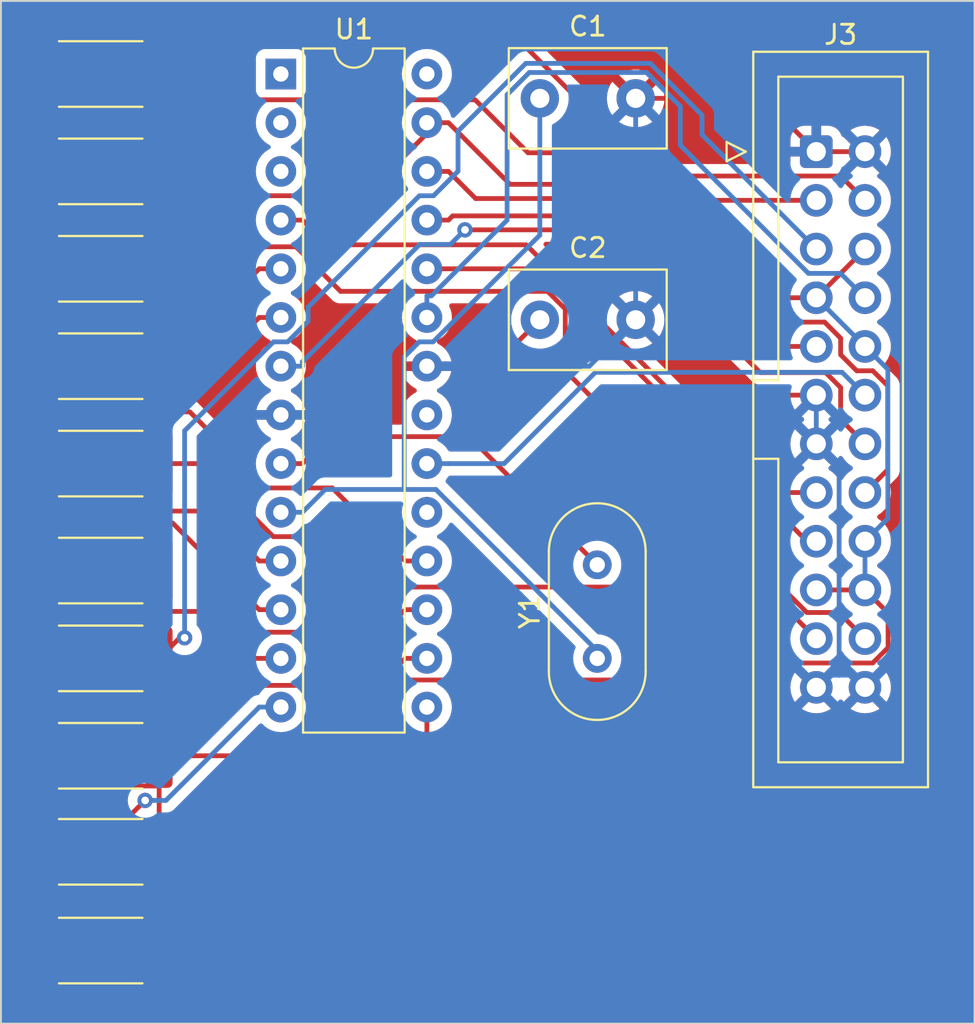
<source format=kicad_pcb>
(kicad_pcb (version 20221018) (generator pcbnew)
  (layers (0 "F.Cu" signal) (31 "B.Cu" signal) (34 "B.Paste" user) (35 "F.Paste" user) (36 "B.SilkS" user "B.Silkscreen") (37 "F.SilkS" user "F.Silkscreen") (38 "B.Mask" user) (39 "F.Mask" user) (44 "Edge.Cuts" user))
  (net 0 "")
  (net 1 "Net-(U1-XTAL2{slash}PB7)")
  (net 2 "GND")
  (net 3 "Net-(U1-XTAL1{slash}PB6)")
  (net 4 "Net-(J3-Pin_3)")
  (net 5 "Net-(J3-Pin_4)")
  (net 6 "Net-(J3-Pin_5)")
  (net 7 "Net-(J3-Pin_10)")
  (net 8 "Net-(J3-Pin_8)")
  (net 9 "Net-(J3-Pin_9)")
  (net 10 "+5V")
  (net 11 "Net-(J3-Pin_14)")
  (net 12 "Net-(J3-Pin_15)")
  (net 13 "Net-(J3-Pin_16)")
  (net 14 "Net-(J3-Pin_17)")
  (net 15 "Net-(J3-Pin_21)")
  (net 16 "Net-(J3-Pin_22)")
  (net 17 "Net-(U1-PD3)")
  (net 18 "Net-(U1-PD4)")
  (net 19 "Net-(U1-PD5)")
  (net 20 "Net-(U1-PD6)")
  (net 21 "Net-(U1-PD7)")
  (net 22 "Net-(U1-PB4)")
  (net 23 "Net-(U1-PB3)")
  (net 24 "Net-(U1-PB2)")
  (net 25 "Net-(U1-PB1)")
  (net 26 "Net-(U1-PB0)")
  (footprint "Resistor_SMD:R_2512_6332Metric_Pad1.40x3.35mm_HandSolder" (layer "F.Cu") (at 129.03 91.44)
    (fp_text reference "R8" hide)
    (fp_text value "R" hide)
    (fp_line (start -2.177064 -1.71) (end 2.177064 -1.71) (stroke (width 0.12)) (layer "F.SilkS"))
    (fp_line (start -2.177064 1.71) (end 2.177064 1.71) (stroke (width 0.12)) (layer "F.SilkS"))
    (pad "1" smd roundrect (at -3.05 0) (size 1.4 3.35) (layers "F.Cu" "F.Paste" "F.Mask") (roundrect_rratio 0.178571) (net 24 "Net-(U1-PB2)"))
    (pad "2" smd roundrect (at 3.05 0) (size 1.4 3.35) (layers "F.Cu" "F.Paste" "F.Mask") (roundrect_rratio 0.178571) (net 7 "Net-(J3-Pin_10)"))
  )
  (footprint "Resistor_SMD:R_2512_6332Metric_Pad1.40x3.35mm_HandSolder" (layer "F.Cu") (at 129.03 86.36)
    (fp_text reference "R5" hide)
    (fp_text value "R" hide)
    (fp_line (start -2.177064 -1.71) (end 2.177064 -1.71) (stroke (width 0.12)) (layer "F.SilkS"))
    (fp_line (start -2.177064 1.71) (end 2.177064 1.71) (stroke (width 0.12)) (layer "F.SilkS"))
    (pad "1" smd roundrect (at -3.05 0) (size 1.4 3.35) (layers "F.Cu" "F.Paste" "F.Mask") (roundrect_rratio 0.178571) (net 21 "Net-(U1-PD7)"))
    (pad "2" smd roundrect (at 3.05 0) (size 1.4 3.35) (layers "F.Cu" "F.Paste" "F.Mask") (roundrect_rratio 0.178571) (net 6 "Net-(J3-Pin_5)"))
  )
  (footprint "Capacitor_THT:C_Disc_D8.0mm_W5.0mm_P5.00mm" (layer "F.Cu") (at 151.9446 68.7)
    (fp_text reference "C2" (at 2.5 -3.75) (layer "F.SilkS"))
    (fp_text value "C")
    (fp_line (start -1.62 -2.62) (end -1.62 2.62) (stroke (width 0.12)) (layer "F.SilkS"))
    (fp_line (start -1.62 -2.62) (end 6.62 -2.62) (stroke (width 0.12)) (layer "F.SilkS"))
    (fp_line (start -1.62 2.62) (end 6.62 2.62) (stroke (width 0.12)) (layer "F.SilkS"))
    (fp_line (start 6.62 -2.62) (end 6.62 2.62) (stroke (width 0.12)) (layer "F.SilkS"))
    (pad "1" thru_hole circle (at 0 0) (size 2 2) (drill 1) (layers "*.Cu" "*.Mask") (net 3 "Net-(U1-XTAL1{slash}PB6)"))
    (pad "2" thru_hole circle (at 5 0) (size 2 2) (drill 1) (layers "*.Cu" "*.Mask") (net 2 "GND"))
  )
  (footprint "Resistor_SMD:R_2512_6332Metric_Pad1.40x3.35mm_HandSolder" (layer "F.Cu") (at 129.03 71.12)
    (fp_text reference "R3" hide)
    (fp_text value "R" hide)
    (fp_line (start -2.177064 -1.71) (end 2.177064 -1.71) (stroke (width 0.12)) (layer "F.SilkS"))
    (fp_line (start -2.177064 1.71) (end 2.177064 1.71) (stroke (width 0.12)) (layer "F.SilkS"))
    (pad "1" smd roundrect (at -3.05 0) (size 1.4 3.35) (layers "F.Cu" "F.Paste" "F.Mask") (roundrect_rratio 0.178571) (net 19 "Net-(U1-PD5)"))
    (pad "2" smd roundrect (at 3.05 0) (size 1.4 3.35) (layers "F.Cu" "F.Paste" "F.Mask") (roundrect_rratio 0.178571) (net 5 "Net-(J3-Pin_4)"))
  )
  (footprint "Capacitor_THT:C_Disc_D8.0mm_W5.0mm_P5.00mm" (layer "F.Cu") (at 151.9446 57.15)
    (fp_text reference "C1" (at 2.5 -3.75) (layer "F.SilkS"))
    (fp_text value "C")
    (fp_line (start -1.62 -2.62) (end -1.62 2.62) (stroke (width 0.12)) (layer "F.SilkS"))
    (fp_line (start -1.62 -2.62) (end 6.62 -2.62) (stroke (width 0.12)) (layer "F.SilkS"))
    (fp_line (start -1.62 2.62) (end 6.62 2.62) (stroke (width 0.12)) (layer "F.SilkS"))
    (fp_line (start 6.62 -2.62) (end 6.62 2.62) (stroke (width 0.12)) (layer "F.SilkS"))
    (pad "1" thru_hole circle (at 0 0) (size 2 2) (drill 1) (layers "*.Cu" "*.Mask") (net 1 "Net-(U1-XTAL2{slash}PB7)"))
    (pad "2" thru_hole circle (at 5 0) (size 2 2) (drill 1) (layers "*.Cu" "*.Mask") (net 2 "GND"))
  )
  (footprint "Resistor_SMD:R_2512_6332Metric_Pad1.40x3.35mm_HandSolder" (layer "F.Cu") (at 129.03 101.6)
    (fp_text reference "R9" hide)
    (fp_text value "R" hide)
    (fp_line (start -2.177064 -1.71) (end 2.177064 -1.71) (stroke (width 0.12)) (layer "F.SilkS"))
    (fp_line (start -2.177064 1.71) (end 2.177064 1.71) (stroke (width 0.12)) (layer "F.SilkS"))
    (pad "1" smd roundrect (at -3.05 0) (size 1.4 3.35) (layers "F.Cu" "F.Paste" "F.Mask") (roundrect_rratio 0.178571) (net 25 "Net-(U1-PB1)"))
    (pad "2" smd roundrect (at 3.05 0) (size 1.4 3.35) (layers "F.Cu" "F.Paste" "F.Mask") (roundrect_rratio 0.178571) (net 7 "Net-(J3-Pin_10)"))
  )
  (footprint "Resistor_SMD:R_2512_6332Metric_Pad1.40x3.35mm_HandSolder" (layer "F.Cu") (at 129.03 96.45)
    (fp_text reference "R10" hide)
    (fp_text value "R" hide)
    (fp_line (start -2.177064 -1.71) (end 2.177064 -1.71) (stroke (width 0.12)) (layer "F.SilkS"))
    (fp_line (start -2.177064 1.71) (end 2.177064 1.71) (stroke (width 0.12)) (layer "F.SilkS"))
    (pad "1" smd roundrect (at -3.05 0) (size 1.4 3.35) (layers "F.Cu" "F.Paste" "F.Mask") (roundrect_rratio 0.178571) (net 26 "Net-(U1-PB0)"))
    (pad "2" smd roundrect (at 3.05 0) (size 1.4 3.35) (layers "F.Cu" "F.Paste" "F.Mask") (roundrect_rratio 0.178571) (net 7 "Net-(J3-Pin_10)"))
  )
  (footprint "Crystal:Crystal_HC49-U_Vertical" (layer "F.Cu") (at 154.94 86.36 90)
    (fp_text reference "Y1" (at 2.44 -3.525 90) (layer "F.SilkS"))
    (fp_text value "Crystal")
    (fp_line (start -0.685 -2.525) (end 5.565 -2.525) (stroke (width 0.12)) (layer "F.SilkS"))
    (fp_line (start -0.685 2.525) (end 5.565 2.525) (stroke (width 0.12)) (layer "F.SilkS"))
    (fp_arc (start -0.685 2.525) (mid -3.21 0) (end -0.685 -2.525) (stroke (width 0.12)) (layer "F.SilkS"))
    (fp_arc (start 5.565 -2.525) (mid 8.09 0) (end 5.565 2.525) (stroke (width 0.12)) (layer "F.SilkS"))
    (pad "1" thru_hole circle (at 0 0 90) (size 1.5 1.5) (drill 0.8) (layers "*.Cu" "*.Mask") (net 1 "Net-(U1-XTAL2{slash}PB7)"))
    (pad "2" thru_hole circle (at 4.88 0 90) (size 1.5 1.5) (drill 0.8) (layers "*.Cu" "*.Mask") (net 3 "Net-(U1-XTAL1{slash}PB6)"))
  )
  (footprint "Resistor_SMD:R_2512_6332Metric_Pad1.40x3.35mm_HandSolder" (layer "F.Cu") (at 129.03 55.88)
    (fp_text reference "R1" hide)
    (fp_text value "R" hide)
    (fp_line (start -2.177064 -1.71) (end 2.177064 -1.71) (stroke (width 0.12)) (layer "F.SilkS"))
    (fp_line (start -2.177064 1.71) (end 2.177064 1.71) (stroke (width 0.12)) (layer "F.SilkS"))
    (pad "1" smd roundrect (at -3.05 0) (size 1.4 3.35) (layers "F.Cu" "F.Paste" "F.Mask") (roundrect_rratio 0.178571) (net 17 "Net-(U1-PD3)"))
    (pad "2" smd roundrect (at 3.05 0) (size 1.4 3.35) (layers "F.Cu" "F.Paste" "F.Mask") (roundrect_rratio 0.178571) (net 4 "Net-(J3-Pin_3)"))
  )
  (footprint "Resistor_SMD:R_2512_6332Metric_Pad1.40x3.35mm_HandSolder" (layer "F.Cu") (at 129.03 66.04)
    (fp_text reference "R6" hide)
    (fp_text value "R" hide)
    (fp_line (start -2.177064 -1.71) (end 2.177064 -1.71) (stroke (width 0.12)) (layer "F.SilkS"))
    (fp_line (start -2.177064 1.71) (end 2.177064 1.71) (stroke (width 0.12)) (layer "F.SilkS"))
    (pad "1" smd roundrect (at -3.05 0) (size 1.4 3.35) (layers "F.Cu" "F.Paste" "F.Mask") (roundrect_rratio 0.178571) (net 22 "Net-(U1-PB4)"))
    (pad "2" smd roundrect (at 3.05 0) (size 1.4 3.35) (layers "F.Cu" "F.Paste" "F.Mask") (roundrect_rratio 0.178571) (net 7 "Net-(J3-Pin_10)"))
  )
  (footprint "Resistor_SMD:R_2512_6332Metric_Pad1.40x3.35mm_HandSolder" (layer "F.Cu") (at 129.03 81.78)
    (fp_text reference "R7" hide)
    (fp_text value "R" hide)
    (fp_line (start -2.177064 -1.71) (end 2.177064 -1.71) (stroke (width 0.12)) (layer "F.SilkS"))
    (fp_line (start -2.177064 1.71) (end 2.177064 1.71) (stroke (width 0.12)) (layer "F.SilkS"))
    (pad "1" smd roundrect (at -3.05 0) (size 1.4 3.35) (layers "F.Cu" "F.Paste" "F.Mask") (roundrect_rratio 0.178571) (net 23 "Net-(U1-PB3)"))
    (pad "2" smd roundrect (at 3.05 0) (size 1.4 3.35) (layers "F.Cu" "F.Paste" "F.Mask") (roundrect_rratio 0.178571) (net 7 "Net-(J3-Pin_10)"))
  )
  (footprint "Package_DIP:DIP-28_W7.62mm" (layer "F.Cu") (at 138.43 55.88)
    (fp_text reference "U1" (at 3.81 -2.33) (layer "F.SilkS"))
    (fp_text value "ATmega328-P")
    (fp_line (start 1.16 -1.33) (end 1.16 34.35) (stroke (width 0.12)) (layer "F.SilkS"))
    (fp_line (start 1.16 34.35) (end 6.46 34.35) (stroke (width 0.12)) (layer "F.SilkS"))
    (fp_line (start 2.81 -1.33) (end 1.16 -1.33) (stroke (width 0.12)) (layer "F.SilkS"))
    (fp_line (start 6.46 -1.33) (end 4.81 -1.33) (stroke (width 0.12)) (layer "F.SilkS"))
    (fp_line (start 6.46 34.35) (end 6.46 -1.33) (stroke (width 0.12)) (layer "F.SilkS"))
    (fp_arc (start 4.81 -1.33) (mid 3.81 -0.33) (end 2.81 -1.33) (stroke (width 0.12)) (layer "F.SilkS"))
    (pad "1" thru_hole rect (at 0 0) (size 1.6 1.6) (drill 0.8) (layers "*.Cu" "*.Mask"))
    (pad "2" thru_hole oval (at 0 2.54) (size 1.6 1.6) (drill 0.8) (layers "*.Cu" "*.Mask"))
    (pad "3" thru_hole oval (at 0 5.08) (size 1.6 1.6) (drill 0.8) (layers "*.Cu" "*.Mask"))
    (pad "4" thru_hole oval (at 0 7.62) (size 1.6 1.6) (drill 0.8) (layers "*.Cu" "*.Mask") (net 12 "Net-(J3-Pin_15)"))
    (pad "5" thru_hole oval (at 0 10.16) (size 1.6 1.6) (drill 0.8) (layers "*.Cu" "*.Mask") (net 17 "Net-(U1-PD3)"))
    (pad "6" thru_hole oval (at 0 12.7) (size 1.6 1.6) (drill 0.8) (layers "*.Cu" "*.Mask") (net 18 "Net-(U1-PD4)"))
    (pad "7" thru_hole oval (at 0 15.24) (size 1.6 1.6) (drill 0.8) (layers "*.Cu" "*.Mask") (net 11 "Net-(J3-Pin_14)"))
    (pad "8" thru_hole oval (at 0 17.78) (size 1.6 1.6) (drill 0.8) (layers "*.Cu" "*.Mask") (net 2 "GND"))
    (pad "9" thru_hole oval (at 0 20.32) (size 1.6 1.6) (drill 0.8) (layers "*.Cu" "*.Mask") (net 3 "Net-(U1-XTAL1{slash}PB6)"))
    (pad "10" thru_hole oval (at 0 22.86) (size 1.6 1.6) (drill 0.8) (layers "*.Cu" "*.Mask") (net 1 "Net-(U1-XTAL2{slash}PB7)"))
    (pad "11" thru_hole oval (at 0 25.4) (size 1.6 1.6) (drill 0.8) (layers "*.Cu" "*.Mask") (net 19 "Net-(U1-PD5)"))
    (pad "12" thru_hole oval (at 0 27.94) (size 1.6 1.6) (drill 0.8) (layers "*.Cu" "*.Mask") (net 20 "Net-(U1-PD6)"))
    (pad "13" thru_hole oval (at 0 30.48) (size 1.6 1.6) (drill 0.8) (layers "*.Cu" "*.Mask") (net 21 "Net-(U1-PD7)"))
    (pad "14" thru_hole oval (at 0 33.02) (size 1.6 1.6) (drill 0.8) (layers "*.Cu" "*.Mask") (net 26 "Net-(U1-PB0)"))
    (pad "15" thru_hole oval (at 7.62 33.02) (size 1.6 1.6) (drill 0.8) (layers "*.Cu" "*.Mask") (net 25 "Net-(U1-PB1)"))
    (pad "16" thru_hole oval (at 7.62 30.48) (size 1.6 1.6) (drill 0.8) (layers "*.Cu" "*.Mask") (net 24 "Net-(U1-PB2)"))
    (pad "17" thru_hole oval (at 7.62 27.94) (size 1.6 1.6) (drill 0.8) (layers "*.Cu" "*.Mask") (net 23 "Net-(U1-PB3)"))
    (pad "18" thru_hole oval (at 7.62 25.4) (size 1.6 1.6) (drill 0.8) (layers "*.Cu" "*.Mask") (net 22 "Net-(U1-PB4)"))
    (pad "19" thru_hole oval (at 7.62 22.86) (size 1.6 1.6) (drill 0.8) (layers "*.Cu" "*.Mask"))
    (pad "20" thru_hole oval (at 7.62 20.32) (size 1.6 1.6) (drill 0.8) (layers "*.Cu" "*.Mask") (net 10 "+5V"))
    (pad "21" thru_hole oval (at 7.62 17.78) (size 1.6 1.6) (drill 0.8) (layers "*.Cu" "*.Mask"))
    (pad "22" thru_hole oval (at 7.62 15.24) (size 1.6 1.6) (drill 0.8) (layers "*.Cu" "*.Mask") (net 2 "GND"))
    (pad "23" thru_hole oval (at 7.62 12.7) (size 1.6 1.6) (drill 0.8) (layers "*.Cu" "*.Mask") (net 8 "Net-(J3-Pin_8)"))
    (pad "24" thru_hole oval (at 7.62 10.16) (size 1.6 1.6) (drill 0.8) (layers "*.Cu" "*.Mask") (net 14 "Net-(J3-Pin_17)"))
    (pad "25" thru_hole oval (at 7.62 7.62) (size 1.6 1.6) (drill 0.8) (layers "*.Cu" "*.Mask") (net 9 "Net-(J3-Pin_9)"))
    (pad "26" thru_hole oval (at 7.62 5.08) (size 1.6 1.6) (drill 0.8) (layers "*.Cu" "*.Mask") (net 13 "Net-(J3-Pin_16)"))
    (pad "27" thru_hole oval (at 7.62 2.54) (size 1.6 1.6) (drill 0.8) (layers "*.Cu" "*.Mask") (net 7 "Net-(J3-Pin_10)"))
    (pad "28" thru_hole oval (at 7.62 0) (size 1.6 1.6) (drill 0.8) (layers "*.Cu" "*.Mask"))
  )
  (footprint "Connector_IDC:IDC-Header_2x12_P2.54mm_Vertical" (layer "F.Cu") (at 166.37 59.93)
    (fp_text reference "J3" (at 1.27 -6.1) (layer "F.SilkS"))
    (fp_text value "Conn_02x12_Counter_Clockwise" hide)
    (fp_line (start -4.68 -0.5) (end -4.68 0.5) (stroke (width 0.12)) (layer "F.SilkS"))
    (fp_line (start -4.68 0.5) (end -3.68 0) (stroke (width 0.12)) (layer "F.SilkS"))
    (fp_line (start -3.68 0) (end -4.68 -0.5) (stroke (width 0.12)) (layer "F.SilkS"))
    (fp_line (start -3.29 -5.21) (end 5.83 -5.21) (stroke (width 0.12)) (layer "F.SilkS"))
    (fp_line (start -3.29 11.92) (end -1.98 11.92) (stroke (width 0.12)) (layer "F.SilkS"))
    (fp_line (start -3.29 33.15) (end -3.29 -5.21) (stroke (width 0.12)) (layer "F.SilkS"))
    (fp_line (start -1.98 -3.91) (end 4.52 -3.91) (stroke (width 0.12)) (layer "F.SilkS"))
    (fp_line (start -1.98 11.92) (end -1.98 -3.91) (stroke (width 0.12)) (layer "F.SilkS"))
    (fp_line (start -1.98 16.02) (end -3.29 16.02) (stroke (width 0.12)) (layer "F.SilkS"))
    (fp_line (start -1.98 16.02) (end -1.98 16.02) (stroke (width 0.12)) (layer "F.SilkS"))
    (fp_line (start -1.98 31.85) (end -1.98 16.02) (stroke (width 0.12)) (layer "F.SilkS"))
    (fp_line (start 4.52 -3.91) (end 4.52 31.85) (stroke (width 0.12)) (layer "F.SilkS"))
    (fp_line (start 4.52 31.85) (end -1.98 31.85) (stroke (width 0.12)) (layer "F.SilkS"))
    (fp_line (start 5.83 -5.21) (end 5.83 33.15) (stroke (width 0.12)) (layer "F.SilkS"))
    (fp_line (start 5.83 33.15) (end -3.29 33.15) (stroke (width 0.12)) (layer "F.SilkS"))
    (pad "1" thru_hole roundrect (at 0 0) (size 1.7 1.7) (drill 1) (layers "*.Cu" "*.Mask") (roundrect_rratio 0.147059) (net 2 "GND"))
    (pad "2" thru_hole circle (at 2.54 0) (size 1.7 1.7) (drill 1) (layers "*.Cu" "*.Mask") (net 2 "GND"))
    (pad "3" thru_hole circle (at 0 2.54) (size 1.7 1.7) (drill 1) (layers "*.Cu" "*.Mask") (net 4 "Net-(J3-Pin_3)"))
    (pad "4" thru_hole circle (at 2.54 2.54) (size 1.7 1.7) (drill 1) (layers "*.Cu" "*.Mask") (net 5 "Net-(J3-Pin_4)"))
    (pad "5" thru_hole circle (at 0 5.08) (size 1.7 1.7) (drill 1) (layers "*.Cu" "*.Mask") (net 6 "Net-(J3-Pin_5)"))
    (pad "6" thru_hole circle (at 2.54 5.08) (size 1.7 1.7) (drill 1) (layers "*.Cu" "*.Mask") (net 7 "Net-(J3-Pin_10)"))
    (pad "7" thru_hole circle (at 0 7.62) (size 1.7 1.7) (drill 1) (layers "*.Cu" "*.Mask") (net 7 "Net-(J3-Pin_10)"))
    (pad "8" thru_hole circle (at 2.54 7.62) (size 1.7 1.7) (drill 1) (layers "*.Cu" "*.Mask") (net 8 "Net-(J3-Pin_8)"))
    (pad "9" thru_hole circle (at 0 10.16) (size 1.7 1.7) (drill 1) (layers "*.Cu" "*.Mask") (net 9 "Net-(J3-Pin_9)"))
    (pad "10" thru_hole circle (at 2.54 10.16) (size 1.7 1.7) (drill 1) (layers "*.Cu" "*.Mask") (net 7 "Net-(J3-Pin_10)"))
    (pad "11" thru_hole circle (at 0 12.7) (size 1.7 1.7) (drill 1) (layers "*.Cu" "*.Mask") (net 2 "GND"))
    (pad "12" thru_hole circle (at 2.54 12.7) (size 1.7 1.7) (drill 1) (layers "*.Cu" "*.Mask") (net 10 "+5V"))
    (pad "13" thru_hole circle (at 0 15.24) (size 1.7 1.7) (drill 1) (layers "*.Cu" "*.Mask") (net 2 "GND"))
    (pad "14" thru_hole circle (at 2.54 15.24) (size 1.7 1.7) (drill 1) (layers "*.Cu" "*.Mask") (net 11 "Net-(J3-Pin_14)"))
    (pad "15" thru_hole circle (at 0 17.78) (size 1.7 1.7) (drill 1) (layers "*.Cu" "*.Mask") (net 12 "Net-(J3-Pin_15)"))
    (pad "16" thru_hole circle (at 2.54 17.78) (size 1.7 1.7) (drill 1) (layers "*.Cu" "*.Mask") (net 13 "Net-(J3-Pin_16)"))
    (pad "17" thru_hole circle (at 0 20.32) (size 1.7 1.7) (drill 1) (layers "*.Cu" "*.Mask") (net 14 "Net-(J3-Pin_17)"))
    (pad "18" thru_hole circle (at 2.54 20.32) (size 1.7 1.7) (drill 1) (layers "*.Cu" "*.Mask") (net 7 "Net-(J3-Pin_10)"))
    (pad "19" thru_hole circle (at 0 22.86) (size 1.7 1.7) (drill 1) (layers "*.Cu" "*.Mask") (net 7 "Net-(J3-Pin_10)"))
    (pad "20" thru_hole circle (at 2.54 22.86) (size 1.7 1.7) (drill 1) (layers "*.Cu" "*.Mask") (net 7 "Net-(J3-Pin_10)"))
    (pad "21" thru_hole circle (at 0 25.4) (size 1.7 1.7) (drill 1) (layers "*.Cu" "*.Mask") (net 15 "Net-(J3-Pin_21)"))
    (pad "22" thru_hole circle (at 2.54 25.4) (size 1.7 1.7) (drill 1) (layers "*.Cu" "*.Mask") (net 16 "Net-(J3-Pin_22)"))
    (pad "23" thru_hole circle (at 0 27.94) (size 1.7 1.7) (drill 1) (layers "*.Cu" "*.Mask") (net 2 "GND"))
    (pad "24" thru_hole circle (at 2.54 27.94) (size 1.7 1.7) (drill 1) (layers "*.Cu" "*.Mask") (net 2 "GND"))
  )
  (footprint "Resistor_SMD:R_2512_6332Metric_Pad1.40x3.35mm_HandSolder" (layer "F.Cu") (at 129.03 60.96)
    (fp_text reference "R2" hide)
    (fp_text value "R" hide)
    (fp_line (start -2.177064 -1.71) (end 2.177064 -1.71) (stroke (width 0.12)) (layer "F.SilkS"))
    (fp_line (start -2.177064 1.71) (end 2.177064 1.71) (stroke (width 0.12)) (layer "F.SilkS"))
    (pad "1" smd roundrect (at -3.05 0) (size 1.4 3.35) (layers "F.Cu" "F.Paste" "F.Mask") (roundrect_rratio 0.178571) (net 18 "Net-(U1-PD4)"))
    (pad "2" smd roundrect (at 3.05 0) (size 1.4 3.35) (layers "F.Cu" "F.Paste" "F.Mask") (roundrect_rratio 0.178571) (net 16 "Net-(J3-Pin_22)"))
  )
  (footprint "Resistor_SMD:R_2512_6332Metric_Pad1.40x3.35mm_HandSolder" (layer "F.Cu") (at 129.03 76.2)
    (fp_text reference "R4" hide)
    (fp_text value "R" hide)
    (fp_line (start -2.177064 -1.71) (end 2.177064 -1.71) (stroke (width 0.12)) (layer "F.SilkS"))
    (fp_line (start -2.177064 1.71) (end 2.177064 1.71) (stroke (width 0.12)) (layer "F.SilkS"))
    (pad "1" smd roundrect (at -3.05 0) (size 1.4 3.35) (layers "F.Cu" "F.Paste" "F.Mask") (roundrect_rratio 0.178571) (net 20 "Net-(U1-PD6)"))
    (pad "2" smd roundrect (at 3.05 0) (size 1.4 3.35) (layers "F.Cu" "F.Paste" "F.Mask") (roundrect_rratio 0.178571) (net 15 "Net-(J3-Pin_21)"))
  )
  (gr_rect (start 123.825 52.07) (end 174.625 105.41) (stroke (width 0.1)) (fill none) (layer "Edge.Cuts"))
  (segment (start 144.8645 77.5494) (end 146.518 77.5494) (width 0.25) (layer "B.Cu") (net 1))
  (segment (start 139.5569 78.74) (end 140.7475 77.5494) (width 0.25) (layer "B.Cu") (net 1))
  (segment (start 151.9446 64.2821) (end 146.3767 69.85) (width 0.25) (layer "B.Cu") (net 1))
  (segment (start 151.9446 57.15) (end 151.9446 64.2821) (width 0.25) (layer "B.Cu") (net 1))
  (segment (start 146.3767 69.85) (end 145.6507 69.85) (width 0.25) (layer "B.Cu") (net 1))
  (segment (start 138.43 78.74) (end 139.5569 78.74) (width 0.25) (layer "B.Cu") (net 1))
  (segment (start 154.94 85.9714) (end 154.94 86.36) (width 0.25) (layer "B.Cu") (net 1))
  (segment (start 144.8645 70.6362) (end 144.8645 77.5494) (width 0.25) (layer "B.Cu") (net 1))
  (segment (start 145.6507 69.85) (end 144.8645 70.6362) (width 0.25) (layer "B.Cu") (net 1))
  (segment (start 146.518 77.5494) (end 154.94 85.9714) (width 0.25) (layer "B.Cu") (net 1))
  (segment (start 140.7475 77.5494) (end 144.8645 77.5494) (width 0.25) (layer "B.Cu") (net 1))
  (segment (start 168.91 59.93) (end 166.37 59.93) (width 0.25) (layer "F.Cu") (net 2))
  (segment (start 160.8746 72.63) (end 156.9446 68.7) (width 0.25) (layer "F.Cu") (net 2))
  (segment (start 144.9231 71.12) (end 142.3831 73.66) (width 0.25) (layer "F.Cu") (net 2))
  (segment (start 146.05 71.12) (end 144.9231 71.12) (width 0.25) (layer "F.Cu") (net 2))
  (segment (start 166.37 72.63) (end 160.8746 72.63) (width 0.25) (layer "F.Cu") (net 2))
  (segment (start 142.3831 73.66) (end 138.43 73.66) (width 0.25) (layer "F.Cu") (net 2))
  (segment (start 163.59 57.15) (end 166.37 59.93) (width 0.25) (layer "F.Cu") (net 2))
  (segment (start 156.9446 57.15) (end 163.59 57.15) (width 0.25) (layer "F.Cu") (net 2))
  (segment (start 146.05 71.12) (end 147.1769 71.12) (width 0.25) (layer "B.Cu") (net 2))
  (segment (start 154.5246 71.12) (end 156.9446 68.7) (width 0.25) (layer "B.Cu") (net 2))
  (segment (start 167.005 87.235) (end 166.37 87.87) (width 0.25) (layer "B.Cu") (net 2))
  (segment (start 147.1769 71.12) (end 154.5246 71.12) (width 0.25) (layer "B.Cu") (net 2))
  (segment (start 156.9446 68.7) (end 156.9446 57.15) (width 0.25) (layer "B.Cu") (net 2))
  (segment (start 167.5606 87.235) (end 167.5606 76.3606) (width 0.25) (layer "B.Cu") (net 2))
  (segment (start 168.91 87.87) (end 168.275 87.235) (width 0.25) (layer "B.Cu") (net 2))
  (segment (start 166.37 75.17) (end 166.37 72.63) (width 0.25) (layer "B.Cu") (net 2))
  (segment (start 167.5606 76.3606) (end 166.37 75.17) (width 0.25) (layer "B.Cu") (net 2))
  (segment (start 168.275 87.235) (end 167.5606 87.235) (width 0.25) (layer "B.Cu") (net 2))
  (segment (start 167.5606 87.235) (end 167.005 87.235) (width 0.25) (layer "B.Cu") (net 2))
  (segment (start 139.5569 76.2) (end 140.9623 74.7946) (width 0.25) (layer "F.Cu") (net 3))
  (segment (start 151.9446 68.7) (end 148.2546 72.39) (width 0.25) (layer "F.Cu") (net 3))
  (segment (start 148.2546 74.7946) (end 154.94 81.48) (width 0.25) (layer "F.Cu") (net 3))
  (segment (start 140.9623 74.7946) (end 148.2546 74.7946) (width 0.25) (layer "F.Cu") (net 3))
  (segment (start 138.43 76.2) (end 139.5569 76.2) (width 0.25) (layer "F.Cu") (net 3))
  (segment (start 148.2546 72.39) (end 148.2546 74.7946) (width 0.25) (layer "F.Cu") (net 3))
  (segment (start 132.08 55.88) (end 133.4239 57.2239) (width 0.25) (layer "F.Cu") (net 4))
  (segment (start 158.4665 62.47) (end 166.37 62.47) (width 0.25) (layer "F.Cu") (net 4))
  (segment (start 148.563 57.2239) (end 151.3283 59.9892) (width 0.25) (layer "F.Cu") (net 4))
  (segment (start 155.9857 59.9892) (end 158.4665 62.47) (width 0.25) (layer "F.Cu") (net 4))
  (segment (start 133.4239 57.2239) (end 148.563 57.2239) (width 0.25) (layer "F.Cu") (net 4))
  (segment (start 151.3283 59.9892) (end 155.9857 59.9892) (width 0.25) (layer "F.Cu") (net 4))
  (segment (start 124.9501 62.6236) (end 125.8265 63.5) (width 0.25) (layer "F.Cu") (net 5))
  (segment (start 125.2571 53.8759) (end 124.9501 54.1829) (width 0.25) (layer "F.Cu") (net 5))
  (segment (start 127.2319 64.5513) (end 127.2319 66.2719) (width 0.25) (layer "F.Cu") (net 5))
  (segment (start 125.8265 63.5) (end 126.1806 63.5) (width 0.25) (layer "F.Cu") (net 5))
  (segment (start 150.612 53.8759) (end 125.2571 53.8759) (width 0.25) (layer "F.Cu") (net 5))
  (segment (start 124.9501 54.1829) (end 124.9501 62.6236) (width 0.25) (layer "F.Cu") (net 5))
  (segment (start 126.1806 63.5) (end 127.2319 64.5513) (width 0.25) (layer "F.Cu") (net 5))
  (segment (start 157.9366 61.2005) (end 150.612 53.8759) (width 0.25) (layer "F.Cu") (net 5))
  (segment (start 127.2319 66.2719) (end 132.08 71.12) (width 0.25) (layer "F.Cu") (net 5))
  (segment (start 168.91 62.47) (end 167.6405 61.2005) (width 0.25) (layer "F.Cu") (net 5))
  (segment (start 167.6405 61.2005) (end 157.9366 61.2005) (width 0.25) (layer "F.Cu") (net 5))
  (segment (start 133.1532 85.2868) (end 132.08 86.36) (width 0.25) (layer "F.Cu") (net 6))
  (segment (start 133.4075 85.2868) (end 133.1532 85.2868) (width 0.25) (layer "F.Cu") (net 6))
  (via (at 133.4075 85.2868) (size 0.8) (drill 0.4) (layers "F.Cu" "B.Cu") (net 6))
  (segment (start 133.4075 74.4883) (end 133.4075 85.2868) (width 0.25) (layer "B.Cu") (net 6))
  (segment (start 138.787 69.85) (end 138.0458 69.85) (width 0.25) (layer "B.Cu") (net 6))
  (segment (start 160.4074 58.0245) (end 157.71 55.3271) (width 0.25) (layer "B.Cu") (net 6))
  (segment (start 160.4074 59.0474) (end 160.4074 58.0245) (width 0.25) (layer "B.Cu") (net 6))
  (segment (start 147.675 60.9499) (end 146.3949 62.23) (width 0.25) (layer "B.Cu") (net 6))
  (segment (start 146.3949 62.23) (end 145.6598 62.23) (width 0.25) (layer "B.Cu") (net 6))
  (segment (start 138.0458 69.85) (end 133.4075 74.4883) (width 0.25) (layer "B.Cu") (net 6))
  (segment (start 166.37 65.01) (end 160.4074 59.0474) (width 0.25) (layer "B.Cu") (net 6))
  (segment (start 147.675 58.8603) (end 147.675 60.9499) (width 0.25) (layer "B.Cu") (net 6))
  (segment (start 139.8492 68.7878) (end 138.787 69.85) (width 0.25) (layer "B.Cu") (net 6))
  (segment (start 151.2082 55.3271) (end 147.675 58.8603) (width 0.25) (layer "B.Cu") (net 6))
  (segment (start 139.8492 68.0406) (end 139.8492 68.7878) (width 0.25) (layer "B.Cu") (net 6))
  (segment (start 157.71 55.3271) (end 151.2082 55.3271) (width 0.25) (layer "B.Cu") (net 6))
  (segment (start 145.6598 62.23) (end 139.8492 68.0406) (width 0.25) (layer "B.Cu") (net 6))
  (segment (start 135.8901 62.2299) (end 132.08 66.04) (width 0.25) (layer "F.Cu") (net 7))
  (segment (start 124.9388 93.1285) (end 124.9388 80.0834) (width 0.25) (layer "F.Cu") (net 7))
  (segment (start 156.8339 86.6) (end 155.947 87.4869) (width 0.25) (layer "F.Cu") (net 7))
  (segment (start 170.1161 83.9961) (end 170.1161 85.7991) (width 0.25) (layer "F.Cu") (net 7))
  (segment (start 132.08 91.44) (end 132.08 93.0162) (width 0.25) (layer "F.Cu") (net 7))
  (segment (start 169.3152 86.6) (end 156.8339 86.6) (width 0.25) (layer "F.Cu") (net 7))
  (segment (start 127.274 93.4522) (end 125.2625 93.4522) (width 0.25) (layer "F.Cu") (net 7))
  (segment (start 132.08 101.6) (end 132.08 96.45) (width 0.25) (layer "F.Cu") (net 7))
  (segment (start 146.05 58.42) (end 146.6135 58.42) (width 0.25) (layer "F.Cu") (net 7))
  (segment (start 142.8036 62.2299) (end 135.8901 62.2299) (width 0.25) (layer "F.Cu") (net 7))
  (segment (start 130.0601 79.7601) (end 132.08 81.78) (width 0.25) (layer "F.Cu") (net 7))
  (segment (start 150.3917 61.6348) (end 147.1769 58.42) (width 0.25) (layer "F.Cu") (net 7))
  (segment (start 146.6135 58.42) (end 147.1769 58.42) (width 0.25) (layer "F.Cu") (net 7))
  (segment (start 125.2621 79.7601) (end 130.0601 79.7601) (width 0.25) (layer "F.Cu") (net 7))
  (segment (start 168.91 82.79) (end 170.1161 83.9961) (width 0.25) (layer "F.Cu") (net 7))
  (segment (start 170.1161 85.7991) (end 169.3152 86.6) (width 0.25) (layer "F.Cu") (net 7))
  (segment (start 166.37 67.55) (end 162.6076 67.55) (width 0.25) (layer "F.Cu") (net 7))
  (segment (start 146.6135 58.42) (end 142.8036 62.2299) (width 0.25) (layer "F.Cu") (net 7))
  (segment (start 166.37 82.79) (end 168.91 82.79) (width 0.25) (layer "F.Cu") (net 7))
  (segment (start 124.9388 80.0834) (end 125.2621 79.7601) (width 0.25) (layer "F.Cu") (net 7))
  (segment (start 140.8254 91.44) (end 132.08 91.44) (width 0.25) (layer "F.Cu") (net 7))
  (segment (start 132.08 93.0162) (end 127.71 93.0162) (width 0.25) (layer "F.Cu") (net 7))
  (segment (start 132.08 93.0162) (end 132.08 96.45) (width 0.25) (layer "F.Cu") (net 7))
  (segment (start 156.6924 61.6348) (end 150.3917 61.6348) (width 0.25) (layer "F.Cu") (net 7))
  (segment (start 127.71 93.0162) (end 127.274 93.4522) (width 0.25) (layer "F.Cu") (net 7))
  (segment (start 155.947 87.4869) (end 144.7785 87.4869) (width 0.25) (layer "F.Cu") (net 7))
  (segment (start 144.7785 87.4869) (end 140.8254 91.44) (width 0.25) (layer "F.Cu") (net 7))
  (segment (start 166.37 67.55) (end 168.91 65.01) (width 0.25) (layer "F.Cu") (net 7))
  (segment (start 125.2625 93.4522) (end 124.9388 93.1285) (width 0.25) (layer "F.Cu") (net 7))
  (segment (start 162.6076 67.55) (end 156.6924 61.6348) (width 0.25) (layer "F.Cu") (net 7))
  (segment (start 170.104 79.056) (end 170.104 71.284) (width 0.25) (layer "B.Cu") (net 7))
  (segment (start 168.91 70.09) (end 166.37 67.55) (width 0.25) (layer "B.Cu") (net 7))
  (segment (start 168.91 82.79) (end 168.91 80.25) (width 0.25) (layer "B.Cu") (net 7))
  (segment (start 168.91 80.25) (end 170.104 79.056) (width 0.25) (layer "B.Cu") (net 7))
  (segment (start 170.104 71.284) (end 168.91 70.09) (width 0.25) (layer "B.Cu") (net 7))
  (segment (start 157.5082 55.8017) (end 151.3955 55.8017) (width 0.25) (layer "B.Cu") (net 8))
  (segment (start 168.91 67.55) (end 167.64 66.28) (width 0.25) (layer "B.Cu") (net 8))
  (segment (start 146.05 68.58) (end 146.05 67.4531) (width 0.25) (layer "B.Cu") (net 8))
  (segment (start 150.2359 56.9613) (end 150.2359 63.5007) (width 0.25) (layer "B.Cu") (net 8))
  (segment (start 165.9609 66.28) (end 159.2728 59.5919) (width 0.25) (layer "B.Cu") (net 8))
  (segment (start 159.2728 57.5663) (end 157.5082 55.8017) (width 0.25) (layer "B.Cu") (net 8))
  (segment (start 167.64 66.28) (end 165.9609 66.28) (width 0.25) (layer "B.Cu") (net 8))
  (segment (start 146.2835 67.4531) (end 146.05 67.4531) (width 0.25) (layer "B.Cu") (net 8))
  (segment (start 150.2359 63.5007) (end 146.2835 67.4531) (width 0.25) (layer "B.Cu") (net 8))
  (segment (start 151.3955 55.8017) (end 150.2359 56.9613) (width 0.25) (layer "B.Cu") (net 8))
  (segment (start 159.2728 59.5919) (end 159.2728 57.5663) (width 0.25) (layer "B.Cu") (net 8))
  (segment (start 147.3954 63.2815) (end 156.9434 63.2815) (width 0.25) (layer "F.Cu") (net 9))
  (segment (start 156.9434 63.2815) (end 163.7519 70.09) (width 0.25) (layer "F.Cu") (net 9))
  (segment (start 147.1769 63.5) (end 147.3954 63.2815) (width 0.25) (layer "F.Cu") (net 9))
  (segment (start 146.05 63.5) (end 147.1769 63.5) (width 0.25) (layer "F.Cu") (net 9))
  (segment (start 163.7519 70.09) (end 166.37 70.09) (width 0.25) (layer "F.Cu") (net 9))
  (segment (start 150.0837 76.2) (end 154.8443 71.4394) (width 0.25) (layer "B.Cu") (net 10))
  (segment (start 167.7194 71.4394) (end 168.91 72.63) (width 0.25) (layer "B.Cu") (net 10))
  (segment (start 146.05 76.2) (end 147.1769 76.2) (width 0.25) (layer "B.Cu") (net 10))
  (segment (start 147.1769 76.2) (end 150.0837 76.2) (width 0.25) (layer "B.Cu") (net 10))
  (segment (start 154.8443 71.4394) (end 167.7194 71.4394) (width 0.25) (layer "B.Cu") (net 10))
  (segment (start 167.64 73.9) (end 168.91 75.17) (width 0.25) (layer "F.Cu") (net 11))
  (segment (start 166.8575 71.4531) (end 167.64 72.2356) (width 0.25) (layer "F.Cu") (net 11))
  (segment (start 155.9988 64.0084) (end 163.4435 71.4531) (width 0.25) (layer "F.Cu") (net 11))
  (segment (start 163.4435 71.4531) (end 166.8575 71.4531) (width 0.25) (layer "F.Cu") (net 11))
  (segment (start 148.0372 64.0084) (end 155.9988 64.0084) (width 0.25) (layer "F.Cu") (net 11))
  (segment (start 167.64 72.2356) (end 167.64 73.9) (width 0.25) (layer "F.Cu") (net 11))
  (via (at 148.0372 64.0084) (size 0.8) (drill 0.4) (layers "F.Cu" "B.Cu") (net 11))
  (segment (start 147.2756 64.77) (end 145.6734 64.77) (width 0.25) (layer "B.Cu") (net 11))
  (segment (start 138.43 71.12) (end 139.5569 71.12) (width 0.25) (layer "B.Cu") (net 11))
  (segment (start 139.5569 70.8865) (end 139.5569 71.12) (width 0.25) (layer "B.Cu") (net 11))
  (segment (start 148.0372 64.0084) (end 147.2756 64.77) (width 0.25) (layer "B.Cu") (net 11))
  (segment (start 145.6734 64.77) (end 139.5569 70.8865) (width 0.25) (layer "B.Cu") (net 11))
  (segment (start 138.43 63.5) (end 139.5569 63.5) (width 0.25) (layer "F.Cu") (net 12))
  (segment (start 154.9852 68.6595) (end 154.9852 68.5465) (width 0.25) (layer "F.Cu") (net 12))
  (segment (start 154.9852 68.5465) (end 151.229 64.7903) (width 0.25) (layer "F.Cu") (net 12))
  (segment (start 151.229 64.7903) (end 140.8472 64.7903) (width 0.25) (layer "F.Cu") (net 12))
  (segment (start 140.8472 64.7903) (end 139.5569 63.5) (width 0.25) (layer "F.Cu") (net 12))
  (segment (start 166.37 77.71) (end 164.0357 77.71) (width 0.25) (layer "F.Cu") (net 12))
  (segment (start 164.0357 77.71) (end 154.9852 68.6595) (width 0.25) (layer "F.Cu") (net 12))
  (segment (start 167.64 69.6591) (end 166.8009 68.82) (width 0.25) (layer "F.Cu") (net 13))
  (segment (start 167.64 70.5209) (end 167.64 69.6591) (width 0.25) (layer "F.Cu") (net 13))
  (segment (start 148.5915 62.3746) (end 147.1769 60.96) (width 0.25) (layer "F.Cu") (net 13))
  (segment (start 170.0962 72.139) (end 169.3172 71.36) (width 0.25) (layer "F.Cu") (net 13))
  (segment (start 146.05 60.96) (end 147.1769 60.96) (width 0.25) (layer "F.Cu") (net 13))
  (segment (start 168.91 77.71) (end 170.0962 76.5238) (width 0.25) (layer "F.Cu") (net 13))
  (segment (start 168.4791 71.36) (end 167.64 70.5209) (width 0.25) (layer "F.Cu") (net 13))
  (segment (start 163.2141 68.82) (end 156.7687 62.3746) (width 0.25) (layer "F.Cu") (net 13))
  (segment (start 169.3172 71.36) (end 168.4791 71.36) (width 0.25) (layer "F.Cu") (net 13))
  (segment (start 156.7687 62.3746) (end 148.5915 62.3746) (width 0.25) (layer "F.Cu") (net 13))
  (segment (start 166.8009 68.82) (end 163.2141 68.82) (width 0.25) (layer "F.Cu") (net 13))
  (segment (start 170.0962 76.5238) (end 170.0962 72.139) (width 0.25) (layer "F.Cu") (net 13))
  (segment (start 151.8286 66.04) (end 146.05 66.04) (width 0.25) (layer "F.Cu") (net 14))
  (segment (start 154.5333 68.7447) (end 151.8286 66.04) (width 0.25) (layer "F.Cu") (net 14))
  (segment (start 166.37 80.25) (end 165.8831 80.25) (width 0.25) (layer "F.Cu") (net 14))
  (segment (start 165.8831 80.25) (end 154.5333 68.9002) (width 0.25) (layer "F.Cu") (net 14))
  (segment (start 154.5333 68.9002) (end 154.5333 68.7447) (width 0.25) (layer "F.Cu") (net 14))
  (segment (start 138.0376 80.01) (end 140.1889 80.01) (width 0.25) (layer "F.Cu") (net 15))
  (segment (start 140.1889 80.01) (end 142.819 82.6401) (width 0.25) (layer "F.Cu") (net 15))
  (segment (start 134.2276 76.2) (end 138.0376 80.01) (width 0.25) (layer "F.Cu") (net 15))
  (segment (start 132.08 76.2) (end 134.2276 76.2) (width 0.25) (layer "F.Cu") (net 15))
  (segment (start 142.819 82.6401) (end 163.6801 82.6401) (width 0.25) (layer "F.Cu") (net 15))
  (segment (start 163.6801 82.6401) (end 166.37 85.33) (width 0.25) (layer "F.Cu") (net 15))
  (segment (start 165.8756 83.9669) (end 167.5469 83.9669) (width 0.25) (layer "F.Cu") (net 16))
  (segment (start 133.2676 68.0428) (end 136.4188 64.8916) (width 0.25) (layer "F.Cu") (net 16))
  (segment (start 153.2715 68.1372) (end 153.2715 71.3628) (width 0.25) (layer "F.Cu") (net 16))
  (segment (start 132.08 60.96) (end 130.9912 62.0488) (width 0.25) (layer "F.Cu") (net 16))
  (segment (start 130.9912 67.669) (end 131.365 68.0428) (width 0.25) (layer "F.Cu") (net 16))
  (segment (start 167.5469 83.9669) (end 168.91 85.33) (width 0.25) (layer "F.Cu") (net 16))
  (segment (start 141.5435 67.2155) (end 152.3498 67.2155) (width 0.25) (layer "F.Cu") (net 16))
  (segment (start 130.9912 62.0488) (end 130.9912 67.669) (width 0.25) (layer "F.Cu") (net 16))
  (segment (start 152.3498 67.2155) (end 153.2715 68.1372) (width 0.25) (layer "F.Cu") (net 16))
  (segment (start 136.4188 64.8916) (end 139.2196 64.8916) (width 0.25) (layer "F.Cu") (net 16))
  (segment (start 153.2715 71.3628) (end 165.8756 83.9669) (width 0.25) (layer "F.Cu") (net 16))
  (segment (start 131.365 68.0428) (end 133.2676 68.0428) (width 0.25) (layer "F.Cu") (net 16))
  (segment (start 139.2196 64.8916) (end 141.5435 67.2155) (width 0.25) (layer "F.Cu") (net 16))
  (segment (start 130.0496 67.3943) (end 131.1559 68.5006) (width 0.25) (layer "F.Cu") (net 17))
  (segment (start 125.98 55.88) (end 130.0496 59.9496) (width 0.25) (layer "F.Cu") (net 17))
  (segment (start 130.0496 59.9496) (end 130.0496 67.3943) (width 0.25) (layer "F.Cu") (net 17))
  (segment (start 138.43 66.04) (end 137.3031 66.04) (width 0.25) (layer "F.Cu") (net 17))
  (segment (start 131.1559 68.5006) (end 134.8425 68.5006) (width 0.25) (layer "F.Cu") (net 17))
  (segment (start 134.8425 68.5006) (end 137.3031 66.04) (width 0.25) (layer "F.Cu") (net 17))
  (segment (start 125.98 60.96) (end 129.3726 64.3526) (width 0.25) (layer "F.Cu") (net 18))
  (segment (start 136.9276 68.9555) (end 137.3031 68.58) (width 0.25) (layer "F.Cu") (net 18))
  (segment (start 129.3726 64.3526) (end 129.3726 67.3586) (width 0.25) (layer "F.Cu") (net 18))
  (segment (start 130.9695 68.9555) (end 136.9276 68.9555) (width 0.25) (layer "F.Cu") (net 18))
  (segment (start 138.43 68.58) (end 137.3031 68.58) (width 0.25) (layer "F.Cu") (net 18))
  (segment (start 129.3726 67.3586) (end 130.9695 68.9555) (width 0.25) (layer "F.Cu") (net 18))
  (segment (start 134.6989 78.6758) (end 131.8424 78.6758) (width 0.25) (layer "F.Cu") (net 19))
  (segment (start 138.43 81.28) (end 137.3031 81.28) (width 0.25) (layer "F.Cu") (net 19))
  (segment (start 137.3031 81.28) (end 134.6989 78.6758) (width 0.25) (layer "F.Cu") (net 19))
  (segment (start 125.98 72.8134) (end 125.98 71.12) (width 0.25) (layer "F.Cu") (net 19))
  (segment (start 131.8424 78.6758) (end 125.98 72.8134) (width 0.25) (layer "F.Cu") (net 19))
  (segment (start 129.0882 79.3082) (end 125.98 76.2) (width 0.25) (layer "F.Cu") (net 20))
  (segment (start 132.7913 79.3082) (end 129.0882 79.3082) (width 0.25) (layer "F.Cu") (net 20))
  (segment (start 138.43 83.82) (end 137.3031 83.82) (width 0.25) (layer "F.Cu") (net 20))
  (segment (start 137.3031 83.82) (end 132.7913 79.3082) (width 0.25) (layer "F.Cu") (net 20))
  (segment (start 133.823 88.4053) (end 128.0253 88.4053) (width 0.25) (layer "F.Cu") (net 21))
  (segment (start 128.0253 88.4053) (end 125.98 86.36) (width 0.25) (layer "F.Cu") (net 21))
  (segment (start 135.8683 86.36) (end 133.823 88.4053) (width 0.25) (layer "F.Cu") (net 21))
  (segment (start 138.43 86.36) (end 135.8683 86.36) (width 0.25) (layer "F.Cu") (net 21))
  (segment (start 146.05 81.28) (end 144.9231 81.28) (width 0.25) (layer "F.Cu") (net 22))
  (segment (start 137.6458 77.47) (end 133.6778 73.502) (width 0.25) (layer "F.Cu") (net 22))
  (segment (start 144.9231 81.28) (end 141.1131 77.47) (width 0.25) (layer "F.Cu") (net 22))
  (segment (start 131.7242 73.502) (end 125.98 67.7578) (width 0.25) (layer "F.Cu") (net 22))
  (segment (start 141.1131 77.47) (end 137.6458 77.47) (width 0.25) (layer "F.Cu") (net 22))
  (segment (start 125.98 67.7578) (end 125.98 66.04) (width 0.25) (layer "F.Cu") (net 22))
  (segment (start 133.6778 73.502) (end 131.7242 73.502) (width 0.25) (layer "F.Cu") (net 22))
  (segment (start 146.05 83.82) (end 144.9231 83.82) (width 0.25) (layer "F.Cu") (net 23))
  (segment (start 128.1106 83.9106) (end 135.4544 83.9106) (width 0.25) (layer "F.Cu") (net 23))
  (segment (start 135.4544 83.9106) (end 136.5394 84.9956) (width 0.25) (layer "F.Cu") (net 23))
  (segment (start 125.98 81.78) (end 128.1106 83.9106) (width 0.25) (layer "F.Cu") (net 23))
  (segment (start 143.7475 84.9956) (end 144.9231 83.82) (width 0.25) (layer "F.Cu") (net 23))
  (segment (start 136.5394 84.9956) (end 143.7475 84.9956) (width 0.25) (layer "F.Cu") (net 23))
  (segment (start 143.5147 87.7684) (end 144.9231 86.36) (width 0.25) (layer "F.Cu") (net 24))
  (segment (start 125.98 91.44) (end 128.3572 89.0628) (width 0.25) (layer "F.Cu") (net 24))
  (segment (start 135.7516 87.7684) (end 143.5147 87.7684) (width 0.25) (layer "F.Cu") (net 24))
  (segment (start 146.05 86.36) (end 144.9231 86.36) (width 0.25) (layer "F.Cu") (net 24))
  (segment (start 134.4572 89.0628) (end 135.7516 87.7684) (width 0.25) (layer "F.Cu") (net 24))
  (segment (start 128.3572 89.0628) (end 134.4572 89.0628) (width 0.25) (layer "F.Cu") (net 24))
  (segment (start 132.7687 103.6416) (end 128.0216 103.6416) (width 0.25) (layer "F.Cu") (net 25))
  (segment (start 146.05 90.3603) (end 132.7687 103.6416) (width 0.25) (layer "F.Cu") (net 25))
  (segment (start 128.0216 103.6416) (end 125.98 101.6) (width 0.25) (layer "F.Cu") (net 25))
  (segment (start 146.05 88.9) (end 146.05 90.3603) (width 0.25) (layer "F.Cu") (net 25))
  (segment (start 125.98 96.45) (end 128.6661 96.45) (width 0.25) (layer "F.Cu") (net 26))
  (segment (start 128.6661 96.45) (end 131.3473 93.7688) (width 0.25) (layer "F.Cu") (net 26))
  (via (at 131.3473 93.7688) (size 0.8) (drill 0.4) (layers "F.Cu" "B.Cu") (net 26))
  (segment (start 132.4343 93.7688) (end 131.3473 93.7688) (width 0.25) (layer "B.Cu") (net 26))
  (segment (start 138.43 88.9) (end 137.3031 88.9) (width 0.25) (layer "B.Cu") (net 26))
  (segment (start 137.3031 88.9) (end 132.4343 93.7688) (width 0.25) (layer "B.Cu") (net 26))
  (zone (net 2) (net_name "GND") (layer "F.Cu") (connect_pads (clearance 0.5)) (min_thickness 0.25) (fill yes (thermal_gap 0.5) (thermal_bridge_width 0.5))
    (polygon (pts (xy 174.625 52.07) (xy 123.825 52.07) (xy 123.825 105.41) (xy 174.625 105.41)))
  )
  (zone (net 2) (net_name "GND") (layer "B.Cu") (priority 1) (connect_pads (clearance 0.5)) (min_thickness 0.25) (fill yes (thermal_gap 0.5) (thermal_bridge_width 0.5))
    (polygon (pts (xy 174.625 52.07) (xy 174.625 105.41) (xy 123.825 105.41) (xy 123.825 52.07)))
  )
)
</source>
